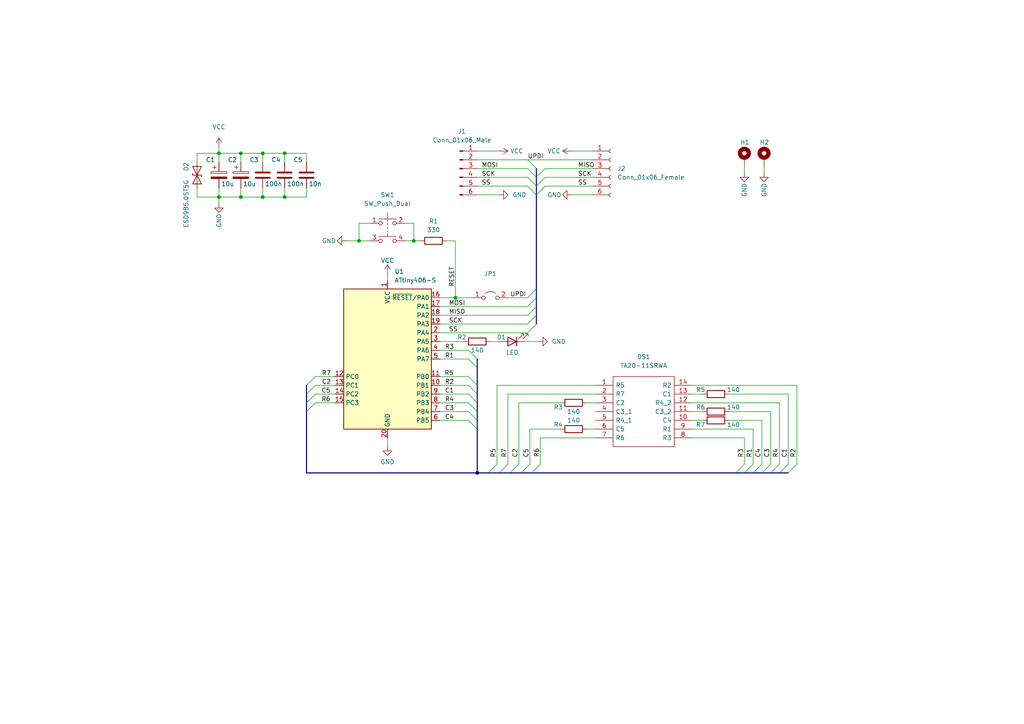
<source format=kicad_sch>
(kicad_sch (version 20211123) (generator eeschema)
  (paper "A4")
  (title_block (title "Matrix Display Controller") (date "2022-02-24") (rev "1.0") (company "g.raf^engineering"))
  (lib_symbols
    (symbol "Connector:Conn_01x06_Female" (pin_names (offset 1.016) hide)
      (property "Reference" "J" (at 0 7.62 0))
      (property "Value" "Conn_01x06_Female" (at 0 -10.16 0))
      (symbol "Conn_01x06_Female_1_1"
        (arc (start 0 -7.112) (mid -0.508 -7.62) (end 0 -8.128) (stroke (width 0.1524)))
        (arc (start 0 -4.572) (mid -0.508 -5.08) (end 0 -5.588) (stroke (width 0.1524)))
        (arc (start 0 -2.032) (mid -0.508 -2.54) (end 0 -3.048) (stroke (width 0.1524)))
        (polyline (pts (xy -1.27 -7.62) (xy -0.508 -7.62)) (stroke (width 0.1524)))
        (polyline (pts (xy -1.27 -5.08) (xy -0.508 -5.08)) (stroke (width 0.1524)))
        (polyline (pts (xy -1.27 -2.54) (xy -0.508 -2.54)) (stroke (width 0.1524)))
        (polyline (pts (xy -1.27 0) (xy -0.508 0)) (stroke (width 0.1524)))
        (polyline (pts (xy -1.27 2.54) (xy -0.508 2.54)) (stroke (width 0.1524)))
        (polyline (pts (xy -1.27 5.08) (xy -0.508 5.08)) (stroke (width 0.1524)))
        (arc (start 0 0.508) (mid -0.508 0) (end 0 -0.508) (stroke (width 0.1524)))
        (arc (start 0 3.048) (mid -0.508 2.54) (end 0 2.032) (stroke (width 0.1524)))
        (arc (start 0 5.588) (mid -0.508 5.08) (end 0 4.572) (stroke (width 0.1524)))
        (pin passive line (at -5.08 5.08 0) (length 3.81) (name "Pin_1") (number "1"))
        (pin passive line (at -5.08 2.54 0) (length 3.81) (name "Pin_2") (number "2"))
        (pin passive line (at -5.08 0 0) (length 3.81) (name "Pin_3") (number "3"))
        (pin passive line (at -5.08 -2.54 0) (length 3.81) (name "Pin_4") (number "4"))
        (pin passive line (at -5.08 -5.08 0) (length 3.81) (name "Pin_5") (number "5"))
        (pin passive line (at -5.08 -7.62 0) (length 3.81) (name "Pin_6") (number "6"))
      )
    )
    (symbol "Connector:Conn_01x06_Male" (pin_names (offset 1.016) hide)
      (property "Reference" "J" (at 0 7.62 0))
      (property "Value" "Conn_01x06_Male" (at 0 -10.16 0))
      (symbol "Conn_01x06_Male_1_1"
        (polyline (pts (xy 1.27 -7.62) (xy 0.8636 -7.62)) (stroke (width 0.1524)))
        (polyline (pts (xy 1.27 -5.08) (xy 0.8636 -5.08)) (stroke (width 0.1524)))
        (polyline (pts (xy 1.27 -2.54) (xy 0.8636 -2.54)) (stroke (width 0.1524)))
        (polyline (pts (xy 1.27 0) (xy 0.8636 0)) (stroke (width 0.1524)))
        (polyline (pts (xy 1.27 2.54) (xy 0.8636 2.54)) (stroke (width 0.1524)))
        (polyline (pts (xy 1.27 5.08) (xy 0.8636 5.08)) (stroke (width 0.1524)))
        (rectangle (start 0.8636 -7.493) (end 0 -7.747) (stroke (width 0.1524)) (fill (type outline)))
        (rectangle (start 0.8636 -4.953) (end 0 -5.207) (stroke (width 0.1524)) (fill (type outline)))
        (rectangle (start 0.8636 -2.413) (end 0 -2.667) (stroke (width 0.1524)) (fill (type outline)))
        (rectangle (start 0.8636 0.127) (end 0 -0.127) (stroke (width 0.1524)) (fill (type outline)))
        (rectangle (start 0.8636 2.667) (end 0 2.413) (stroke (width 0.1524)) (fill (type outline)))
        (rectangle (start 0.8636 5.207) (end 0 4.953) (stroke (width 0.1524)) (fill (type outline)))
        (pin passive line (at 5.08 5.08 180) (length 3.81) (name "Pin_1") (number "1"))
        (pin passive line (at 5.08 2.54 180) (length 3.81) (name "Pin_2") (number "2"))
        (pin passive line (at 5.08 0 180) (length 3.81) (name "Pin_3") (number "3"))
        (pin passive line (at 5.08 -2.54 180) (length 3.81) (name "Pin_4") (number "4"))
        (pin passive line (at 5.08 -5.08 180) (length 3.81) (name "Pin_5") (number "5"))
        (pin passive line (at 5.08 -7.62 180) (length 3.81) (name "Pin_6") (number "6"))
      )
    )
    (symbol "Device:C" (pin_numbers hide) (pin_names (offset 0.254))
      (property "Reference" "C" (at 0.635 2.54 0))
      (property "Value" "C" (at 0.635 -2.54 0))
      (symbol "C_0_1"
        (polyline (pts (xy -2.032 -0.762) (xy 2.032 -0.762)) (stroke (width 0.508)))
        (polyline (pts (xy -2.032 0.762) (xy 2.032 0.762)) (stroke (width 0.508)))
      )
      (symbol "C_1_1"
        (pin passive line (at 0 3.81 270) (length 2.794) (name "~") (number "1"))
        (pin passive line (at 0 -3.81 90) (length 2.794) (name "~") (number "2"))
      )
    )
    (symbol "Device:C_Polarized" (pin_numbers hide) (pin_names (offset 0.254))
      (property "Reference" "C" (at 0.635 2.54 0))
      (property "Value" "C_Polarized" (at 0.635 -2.54 0))
      (symbol "C_Polarized_0_1"
        (rectangle (start -2.286 0.508) (end 2.286 1.016))
        (polyline (pts (xy -1.778 2.286) (xy -0.762 2.286)))
        (polyline (pts (xy -1.27 2.794) (xy -1.27 1.778)))
        (rectangle (start 2.286 -0.508) (end -2.286 -1.016) (fill (type outline)))
      )
      (symbol "C_Polarized_1_1"
        (pin passive line (at 0 3.81 270) (length 2.794) (name "~") (number "1"))
        (pin passive line (at 0 -3.81 90) (length 2.794) (name "~") (number "2"))
      )
    )
    (symbol "Device:LED" (pin_numbers hide) (pin_names (offset 1.016) hide)
      (property "Reference" "D" (at 0 2.54 0))
      (property "Value" "LED" (at 0 -2.54 0))
      (symbol "LED_0_1"
        (polyline (pts (xy -1.27 -1.27) (xy -1.27 1.27)) (stroke (width 0.254)))
        (polyline (pts (xy -1.27 0) (xy 1.27 0)))
        (polyline (pts (xy 1.27 -1.27) (xy 1.27 1.27) (xy -1.27 0) (xy 1.27 -1.27)) (stroke (width 0.254)))
        (polyline (pts (xy -3.048 -0.762) (xy -4.572 -2.286) (xy -3.81 -2.286) (xy -4.572 -2.286) (xy -4.572 -1.524)))
        (polyline (pts (xy -1.778 -0.762) (xy -3.302 -2.286) (xy -2.54 -2.286) (xy -3.302 -2.286) (xy -3.302 -1.524)))
      )
      (symbol "LED_1_1"
        (pin passive line (at -3.81 0 0) (length 2.54) (name "K") (number "1"))
        (pin passive line (at 3.81 0 180) (length 2.54) (name "A") (number "2"))
      )
    )
    (symbol "Device:R" (pin_numbers hide) (pin_names (offset 0))
      (property "Reference" "R" (at 2.032 0 90))
      (property "Value" "R" (at 0 0 90))
      (symbol "R_0_1"
        (rectangle (start -1.016 -2.54) (end 1.016 2.54) (stroke (width 0.254)))
      )
      (symbol "R_1_1"
        (pin passive line (at 0 3.81 270) (length 1.27) (name "~") (number "1"))
        (pin passive line (at 0 -3.81 90) (length 1.27) (name "~") (number "2"))
      )
    )
    (symbol "Diode:ESD9B5.0ST5G" (pin_numbers hide) (pin_names (offset 1.016) hide)
      (property "Reference" "D" (at 0 2.54 0))
      (property "Value" "ESD9B5.0ST5G" (at 0 -2.54 0))
      (symbol "ESD9B5.0ST5G_0_1"
        (polyline (pts (xy 1.27 0) (xy -1.27 0)))
        (polyline (pts (xy -2.54 -1.27) (xy 0 0) (xy -2.54 1.27) (xy -2.54 -1.27)) (stroke (width 0.2032)))
        (polyline (pts (xy 0.508 1.27) (xy 0 1.27) (xy 0 -1.27) (xy -0.508 -1.27)) (stroke (width 0.2032)))
        (polyline (pts (xy 2.54 1.27) (xy 2.54 -1.27) (xy 0 0) (xy 2.54 1.27)) (stroke (width 0.2032)))
      )
      (symbol "ESD9B5.0ST5G_1_1"
        (pin passive line (at -3.81 0 0) (length 2.54) (name "A1") (number "1"))
        (pin passive line (at 3.81 0 180) (length 2.54) (name "A2") (number "2"))
      )
    )
    (symbol "Jumper:Jumper_2_Open" (pin_names (offset 0) hide)
      (property "Reference" "JP" (at 0 2.794 0))
      (property "Value" "Jumper_2_Open" (at 0 -2.286 0))
      (symbol "Jumper_2_Open_0_0"
        (circle (center -2.032 0) (radius 0.508))
        (circle (center 2.032 0) (radius 0.508))
      )
      (symbol "Jumper_2_Open_0_1"
        (arc (start 1.524 1.27) (mid 0 1.778) (end -1.524 1.27))
      )
      (symbol "Jumper_2_Open_1_1"
        (pin passive line (at -5.08 0 0) (length 2.54) (name "A") (number "1"))
        (pin passive line (at 5.08 0 180) (length 2.54) (name "B") (number "2"))
      )
    )
    (symbol "MCU_Microchip_ATtiny:ATtiny406-S"
      (property "Reference" "U" (at -12.7 21.59 0))
      (property "Value" "ATtiny406-S" (at 2.54 -21.59 0))
      (symbol "ATtiny406-S_0_1"
        (rectangle (start -12.7 -20.32) (end 12.7 20.32) (stroke (width 0.254)) (fill (type background)))
      )
      (symbol "ATtiny406-S_1_1"
        (pin power_in line (at 0 22.86 270) (length 2.54) (name "VCC") (number "1"))
        (pin bidirectional line (at 15.24 -7.62 180) (length 2.54) (name "PB1") (number "10"))
        (pin bidirectional line (at 15.24 -5.08 180) (length 2.54) (name "PB0") (number "11"))
        (pin bidirectional line (at -15.24 -5.08 0) (length 2.54) (name "PC0") (number "12"))
        (pin bidirectional line (at -15.24 -7.62 0) (length 2.54) (name "PC1") (number "13"))
        (pin bidirectional line (at -15.24 -10.16 0) (length 2.54) (name "PC2") (number "14"))
        (pin bidirectional line (at -15.24 -12.7 0) (length 2.54) (name "PC3") (number "15"))
        (pin bidirectional line (at 15.24 17.78 180) (length 2.54) (name "~{RESET}/PA0") (number "16"))
        (pin bidirectional line (at 15.24 15.24 180) (length 2.54) (name "PA1") (number "17"))
        (pin bidirectional line (at 15.24 12.7 180) (length 2.54) (name "PA2") (number "18"))
        (pin bidirectional line (at 15.24 10.16 180) (length 2.54) (name "PA3") (number "19"))
        (pin bidirectional line (at 15.24 7.62 180) (length 2.54) (name "PA4") (number "2"))
        (pin power_in line (at 0 -22.86 90) (length 2.54) (name "GND") (number "20"))
        (pin bidirectional line (at 15.24 5.08 180) (length 2.54) (name "PA5") (number "3"))
        (pin bidirectional line (at 15.24 2.54 180) (length 2.54) (name "PA6") (number "4"))
        (pin bidirectional line (at 15.24 0 180) (length 2.54) (name "PA7") (number "5"))
        (pin bidirectional line (at 15.24 -17.78 180) (length 2.54) (name "PB5") (number "6"))
        (pin bidirectional line (at 15.24 -15.24 180) (length 2.54) (name "PB4") (number "7"))
        (pin bidirectional line (at 15.24 -12.7 180) (length 2.54) (name "PB3") (number "8"))
        (pin bidirectional line (at 15.24 -10.16 180) (length 2.54) (name "PB2") (number "9"))
      )
    )
    (symbol "Mechanical:MountingHole_Pad" (pin_numbers hide) (pin_names (offset 1.016) hide)
      (property "Reference" "H" (at 0 6.35 0))
      (property "Value" "MountingHole_Pad" (at 0 4.445 0))
      (symbol "MountingHole_Pad_0_1"
        (circle (center 0 1.27) (radius 1.27) (stroke (width 1.27)))
      )
      (symbol "MountingHole_Pad_1_1"
        (pin input line (at 0 -2.54 90) (length 2.54) (name "1") (number "1"))
      )
    )
    (symbol "Switch:SW_Push_Dual" (pin_names (offset 1.016) hide)
      (property "Reference" "SW" (at 1.27 2.54 0))
      (property "Value" "SW_Push_Dual" (at 0 -6.858 0))
      (symbol "SW_Push_Dual_0_1"
        (circle (center -2.032 -5.08) (radius 0.508))
        (circle (center -2.032 0) (radius 0.508))
        (polyline (pts (xy 0 -3.048) (xy 0 -3.556)))
        (polyline (pts (xy 0 -2.032) (xy 0 -2.54)))
        (polyline (pts (xy 0 -1.524) (xy 0 -1.016)))
        (polyline (pts (xy 0 -0.508) (xy 0 0)))
        (polyline (pts (xy 0 0.508) (xy 0 1.016)))
        (polyline (pts (xy 0 1.27) (xy 0 3.048)))
        (polyline (pts (xy 2.54 -3.81) (xy -2.54 -3.81)))
        (polyline (pts (xy 2.54 1.27) (xy -2.54 1.27)))
        (circle (center 2.032 -5.08) (radius 0.508))
        (circle (center 2.032 0) (radius 0.508))
        (pin passive line (at -5.08 0 0) (length 2.54) (name "1") (number "1"))
        (pin passive line (at 5.08 0 180) (length 2.54) (name "2") (number "2"))
        (pin passive line (at -5.08 -5.08 0) (length 2.54) (name "3") (number "3"))
        (pin passive line (at 5.08 -5.08 180) (length 2.54) (name "4") (number "4"))
      )
    )
    (symbol "TA20-11SRWA:TA20-11SRWA" (pin_names (offset 0.762))
      (property "Reference" "DS" (at 24.13 7.62 0))
      (property "Value" "TA20-11SRWA" (at 24.13 5.08 0))
      (symbol "TA20-11SRWA_0_0"
        (pin passive line (at 0 0 0) (length 5.08) (name "R5") (number "1"))
        (pin passive line (at 27.94 -10.16 180) (length 5.08) (name "C4") (number "10"))
        (pin passive line (at 27.94 -7.62 180) (length 5.08) (name "C3_2") (number "11"))
        (pin passive line (at 27.94 -5.08 180) (length 5.08) (name "R4_2") (number "12"))
        (pin passive line (at 27.94 -2.54 180) (length 5.08) (name "C1") (number "13"))
        (pin passive line (at 27.94 0 180) (length 5.08) (name "R2") (number "14"))
        (pin passive line (at 0 -2.54 0) (length 5.08) (name "R7") (number "2"))
        (pin passive line (at 0 -5.08 0) (length 5.08) (name "C2") (number "3"))
        (pin passive line (at 0 -7.62 0) (length 5.08) (name "C3_1") (number "4"))
        (pin passive line (at 0 -10.16 0) (length 5.08) (name "R4_1") (number "5"))
        (pin passive line (at 0 -12.7 0) (length 5.08) (name "C5") (number "6"))
        (pin passive line (at 0 -15.24 0) (length 5.08) (name "R6") (number "7"))
        (pin passive line (at 27.94 -15.24 180) (length 5.08) (name "R3") (number "8"))
        (pin passive line (at 27.94 -12.7 180) (length 5.08) (name "R1") (number "9"))
      )
      (symbol "TA20-11SRWA_0_1"
        (polyline (pts (xy 5.08 2.54) (xy 22.86 2.54) (xy 22.86 -17.78) (xy 5.08 -17.78) (xy 5.08 2.54)) (stroke (width 0.1524)))
      )
    )
    (symbol "power:GND" (power) (pin_names (offset 0))
      (property "Value" "GND" (at 0 -3.81 0))
      (symbol "GND_0_1"
        (polyline (pts (xy 0 0) (xy 0 -1.27) (xy 1.27 -1.27) (xy 0 -2.54) (xy -1.27 -1.27) (xy 0 -1.27)))
      )
      (symbol "GND_1_1"
        (pin power_in line (at 0 0 270) (length 0) hide (name "GND") (number "1"))
      )
    )
    (symbol "power:VCC" (power) (pin_names (offset 0))
      (property "Value" "VCC" (at 0 3.81 0))
      (symbol "VCC_0_1"
        (polyline (pts (xy -0.762 1.27) (xy 0 2.54)))
        (polyline (pts (xy 0 0) (xy 0 2.54)))
        (polyline (pts (xy 0 2.54) (xy 0.762 1.27)))
      )
      (symbol "VCC_1_1"
        (pin power_in line (at 0 0 90) (length 0) hide (name "VCC") (number "1"))
      )
    )
  )
  (bus_alias "SPI" (members "UPDI" "MOSI" "MISO" "SCK" "SS"))
  (bus_alias "MATRIX" (members "R1" "R2" "R3" "R4" "R5" "R6" "R7" "C1" "C2" "C3" "C4" "C5"))
  (junction (at 69.85 44.45))
  (junction (at 132.08 86.36))
  (junction (at 63.5 44.45))
  (junction (at 120.015 69.85))
  (junction (at 76.2 57.15))
  (junction (at 69.85 57.15))
  (junction (at 63.5 57.15))
  (junction (at 104.14 69.85))
  (junction (at 138.43 137.16))
  (junction (at 82.55 57.15))
  (junction (at 82.55 44.45))
  (junction (at 76.2 44.45))
  (bus_entry (at 135.89 121.92) (size 2.54 2.54))
  (bus_entry (at 153.035 51.435) (size 2.54 2.54))
  (bus_entry (at 153.035 48.895) (size 2.54 2.54))
  (bus_entry (at 141.605 137.16) (size 2.54 -2.54))
  (bus_entry (at 138.43 114.3) (size -2.54 -2.54))
  (bus_entry (at 138.43 116.84) (size -2.54 -2.54))
  (bus_entry (at 138.43 119.38) (size -2.54 -2.54))
  (bus_entry (at 138.43 121.92) (size -2.54 -2.54))
  (bus_entry (at 151.13 137.16) (size 2.54 -2.54))
  (bus_entry (at 138.43 104.14) (size -2.54 -2.54))
  (bus_entry (at 138.43 106.68) (size -2.54 -2.54))
  (bus_entry (at 135.89 109.22) (size 2.54 2.54))
  (bus_entry (at 144.78 137.16) (size 2.54 -2.54))
  (bus_entry (at 88.9 119.38) (size 2.54 -2.54))
  (bus_entry (at 88.9 114.3) (size 2.54 -2.54))
  (bus_entry (at 88.9 116.84) (size 2.54 -2.54))
  (bus_entry (at 88.9 111.76) (size 2.54 -2.54))
  (bus_entry (at 153.035 46.355) (size 2.54 2.54))
  (bus_entry (at 147.955 137.16) (size 2.54 -2.54))
  (bus_entry (at 153.035 96.52) (size 2.54 -2.54))
  (bus_entry (at 153.035 53.975) (size 2.54 2.54))
  (bus_entry (at 158.115 48.895) (size -2.54 2.54))
  (bus_entry (at 158.115 51.435) (size -2.54 2.54))
  (bus_entry (at 158.115 53.975) (size -2.54 2.54))
  (bus_entry (at 220.98 137.16) (size 2.54 -2.54))
  (bus_entry (at 218.44 137.16) (size 2.54 -2.54))
  (bus_entry (at 226.06 137.16) (size 2.54 -2.54))
  (bus_entry (at 223.52 137.16) (size 2.54 -2.54))
  (bus_entry (at 228.6 137.16) (size 2.54 -2.54))
  (bus_entry (at 213.36 137.16) (size 2.54 -2.54))
  (bus_entry (at 215.9 137.16) (size 2.54 -2.54))
  (bus_entry (at 154.178 137.16) (size 2.54 -2.54))
  (bus_entry (at 153.035 86.36) (size 2.54 -2.54))
  (bus_entry (at 153.035 88.9) (size 2.54 -2.54))
  (bus_entry (at 153.035 91.44) (size 2.54 -2.54))
  (bus_entry (at 153.035 93.98) (size 2.54 -2.54))
  (bus (pts (xy 138.43 106.68) (xy 138.43 111.76)))
  (wire (pts (xy 220.98 121.92) (xy 220.98 134.62)))
  (wire (pts (xy 147.32 114.3) (xy 147.32 134.62)))
  (wire (pts (xy 88.9 54.61) (xy 88.9 57.15)))
  (bus (pts (xy 155.575 91.44) (xy 155.575 93.98)))
  (wire (pts (xy 231.14 111.76) (xy 231.14 134.62)))
  (wire (pts (xy 150.495 116.84) (xy 150.495 134.62)))
  (wire (pts (xy 228.6 114.3) (xy 228.6 134.62)))
  (wire (pts (xy 63.5 44.45) (xy 63.5 46.99)))
  (wire (pts (xy 200.66 127) (xy 215.9 127)))
  (wire (pts (xy 57.15 46.99) (xy 57.15 44.45)))
  (wire (pts (xy 144.145 111.76) (xy 172.72 111.76)))
  (wire (pts (xy 172.72 124.46) (xy 170.18 124.46)))
  (wire (pts (xy 57.15 54.61) (xy 57.15 57.15)))
  (wire (pts (xy 138.43 43.815) (xy 144.78 43.815)))
  (wire (pts (xy 117.475 69.85) (xy 120.015 69.85)))
  (bus (pts (xy 138.43 119.38) (xy 138.43 121.92)))
  (bus (pts (xy 155.575 86.36) (xy 155.575 88.9)))
  (wire (pts (xy 200.66 111.76) (xy 231.14 111.76)))
  (wire (pts (xy 144.78 99.06) (xy 142.24 99.06)))
  (bus (pts (xy 155.575 56.515) (xy 155.575 83.82)))
  (wire (pts (xy 69.85 54.61) (xy 69.85 57.15)))
  (wire (pts (xy 215.9 48.26) (xy 215.9 50.165)))
  (wire (pts (xy 223.52 119.38) (xy 223.52 134.62)))
  (wire (pts (xy 221.615 48.26) (xy 221.615 50.165)))
  (bus (pts (xy 215.9 137.16) (xy 213.36 137.16)))
  (bus (pts (xy 226.06 137.16) (xy 223.52 137.16)))
  (bus (pts (xy 88.9 119.38) (xy 88.9 137.16)))
  (wire (pts (xy 127.635 111.76) (xy 135.89 111.76)))
  (wire (pts (xy 158.115 48.895) (xy 172.085 48.895)))
  (wire (pts (xy 82.55 44.45) (xy 88.9 44.45)))
  (wire (pts (xy 57.15 44.45) (xy 63.5 44.45)))
  (wire (pts (xy 156.718 127) (xy 156.718 134.62)))
  (bus (pts (xy 88.9 116.84) (xy 88.9 119.38)))
  (wire (pts (xy 127.635 114.3) (xy 135.89 114.3)))
  (wire (pts (xy 76.2 54.61) (xy 76.2 57.15)))
  (wire (pts (xy 132.08 86.36) (xy 137.16 86.36)))
  (bus (pts (xy 155.575 51.435) (xy 155.575 53.975)))
  (bus (pts (xy 213.36 137.16) (xy 154.178 137.16)))
  (wire (pts (xy 91.44 114.3) (xy 97.155 114.3)))
  (wire (pts (xy 127.635 99.06) (xy 134.62 99.06)))
  (bus (pts (xy 155.575 88.9) (xy 155.575 91.44)))
  (wire (pts (xy 91.44 116.84) (xy 97.155 116.84)))
  (wire (pts (xy 69.85 57.15) (xy 76.2 57.15)))
  (bus (pts (xy 88.9 114.3) (xy 88.9 116.84)))
  (wire (pts (xy 172.72 116.84) (xy 170.18 116.84)))
  (wire (pts (xy 162.56 124.46) (xy 153.67 124.46)))
  (wire (pts (xy 135.89 121.92) (xy 127.635 121.92)))
  (bus (pts (xy 151.13 137.16) (xy 147.955 137.16)))
  (wire (pts (xy 153.67 124.46) (xy 153.67 134.62)))
  (wire (pts (xy 88.9 46.99) (xy 88.9 44.45)))
  (wire (pts (xy 82.55 57.15) (xy 76.2 57.15)))
  (wire (pts (xy 127.635 101.6) (xy 135.89 101.6)))
  (wire (pts (xy 127.635 104.14) (xy 135.89 104.14)))
  (wire (pts (xy 127.635 91.44) (xy 153.035 91.44)))
  (wire (pts (xy 76.2 44.45) (xy 76.2 46.99)))
  (wire (pts (xy 82.55 54.61) (xy 82.55 57.15)))
  (wire (pts (xy 104.14 69.85) (xy 104.14 64.77)))
  (bus (pts (xy 144.78 137.16) (xy 141.605 137.16)))
  (bus (pts (xy 155.575 48.895) (xy 155.575 51.435)))
  (wire (pts (xy 158.115 53.975) (xy 172.085 53.975)))
  (bus (pts (xy 138.43 121.92) (xy 138.43 124.46)))
  (wire (pts (xy 138.43 46.355) (xy 153.035 46.355)))
  (wire (pts (xy 117.475 64.77) (xy 120.015 64.77)))
  (wire (pts (xy 63.5 42.545) (xy 63.5 44.45)))
  (wire (pts (xy 138.43 53.975) (xy 153.035 53.975)))
  (wire (pts (xy 112.395 79.375) (xy 112.395 81.28)))
  (wire (pts (xy 200.66 124.46) (xy 218.44 124.46)))
  (wire (pts (xy 57.15 57.15) (xy 63.5 57.15)))
  (wire (pts (xy 150.495 116.84) (xy 162.56 116.84)))
  (wire (pts (xy 76.2 44.45) (xy 82.55 44.45)))
  (bus (pts (xy 88.9 111.76) (xy 88.9 114.3)))
  (wire (pts (xy 200.66 114.3) (xy 203.835 114.3)))
  (wire (pts (xy 112.395 127) (xy 112.395 129.54)))
  (bus (pts (xy 138.43 116.84) (xy 138.43 119.38)))
  (wire (pts (xy 69.85 57.15) (xy 63.5 57.15)))
  (wire (pts (xy 218.44 124.46) (xy 218.44 134.62)))
  (wire (pts (xy 165.735 56.515) (xy 172.085 56.515)))
  (wire (pts (xy 147.32 114.3) (xy 172.72 114.3)))
  (wire (pts (xy 165.735 43.815) (xy 172.085 43.815)))
  (wire (pts (xy 200.66 116.84) (xy 226.06 116.84)))
  (wire (pts (xy 158.115 51.435) (xy 172.085 51.435)))
  (wire (pts (xy 120.015 69.85) (xy 120.015 64.77)))
  (wire (pts (xy 147.32 86.36) (xy 153.035 86.36)))
  (bus (pts (xy 154.178 137.16) (xy 151.13 137.16)))
  (wire (pts (xy 127.635 86.36) (xy 132.08 86.36)))
  (bus (pts (xy 155.575 83.82) (xy 155.575 86.36)))
  (wire (pts (xy 63.5 44.45) (xy 69.85 44.45)))
  (bus (pts (xy 138.43 124.46) (xy 138.43 137.16)))
  (wire (pts (xy 132.08 69.85) (xy 132.08 86.36)))
  (bus (pts (xy 138.43 111.76) (xy 138.43 114.3)))
  (wire (pts (xy 63.5 54.61) (xy 63.5 57.15)))
  (wire (pts (xy 138.43 48.895) (xy 153.035 48.895)))
  (wire (pts (xy 129.54 69.85) (xy 132.08 69.85)))
  (wire (pts (xy 127.635 119.38) (xy 135.89 119.38)))
  (wire (pts (xy 200.66 121.92) (xy 203.835 121.92)))
  (wire (pts (xy 63.5 57.15) (xy 63.5 59.055)))
  (bus (pts (xy 138.43 114.3) (xy 138.43 116.84)))
  (wire (pts (xy 69.85 44.45) (xy 69.85 46.99)))
  (wire (pts (xy 91.44 111.76) (xy 97.155 111.76)))
  (bus (pts (xy 155.575 53.975) (xy 155.575 56.515)))
  (wire (pts (xy 82.55 57.15) (xy 88.9 57.15)))
  (wire (pts (xy 211.455 114.3) (xy 228.6 114.3)))
  (bus (pts (xy 141.605 137.16) (xy 138.43 137.16)))
  (wire (pts (xy 120.015 69.85) (xy 121.92 69.85)))
  (wire (pts (xy 211.455 119.38) (xy 223.52 119.38)))
  (bus (pts (xy 223.52 137.16) (xy 220.98 137.16)))
  (wire (pts (xy 104.14 69.85) (xy 107.315 69.85)))
  (wire (pts (xy 153.035 46.355) (xy 172.085 46.355)))
  (wire (pts (xy 215.9 134.62) (xy 215.9 127)))
  (wire (pts (xy 200.66 119.38) (xy 203.835 119.38)))
  (bus (pts (xy 138.43 104.14) (xy 138.43 106.68)))
  (wire (pts (xy 127.635 109.22) (xy 135.89 109.22)))
  (wire (pts (xy 127.635 96.52) (xy 153.035 96.52)))
  (wire (pts (xy 100.33 69.85) (xy 104.14 69.85)))
  (wire (pts (xy 172.72 127) (xy 156.718 127)))
  (wire (pts (xy 156.21 99.06) (xy 152.4 99.06)))
  (wire (pts (xy 127.635 88.9) (xy 153.035 88.9)))
  (wire (pts (xy 104.14 64.77) (xy 107.315 64.77)))
  (wire (pts (xy 91.44 109.22) (xy 97.155 109.22)))
  (wire (pts (xy 144.145 111.76) (xy 144.145 134.62)))
  (bus (pts (xy 138.43 137.16) (xy 88.9 137.16)))
  (wire (pts (xy 138.43 56.515) (xy 144.78 56.515)))
  (wire (pts (xy 127.635 116.84) (xy 135.89 116.84)))
  (wire (pts (xy 69.85 44.45) (xy 76.2 44.45)))
  (wire (pts (xy 138.43 51.435) (xy 153.035 51.435)))
  (bus (pts (xy 147.955 137.16) (xy 144.78 137.16)))
  (wire (pts (xy 127.635 93.98) (xy 153.035 93.98)))
  (bus (pts (xy 220.98 137.16) (xy 218.44 137.16)))
  (bus (pts (xy 218.44 137.16) (xy 215.9 137.16)))
  (wire (pts (xy 211.455 121.92) (xy 220.98 121.92)))
  (bus (pts (xy 228.6 137.16) (xy 226.06 137.16)))
  (wire (pts (xy 82.55 46.99) (xy 82.55 44.45)))
  (wire (pts (xy 226.06 116.84) (xy 226.06 134.62)))
  (label "MOSI" (at 130.175 88.9 0))
  (label "UPDI" (at 147.955 86.36 0))
  (label "C3" (at 223.52 132.715 90))
  (label "R3" (at 215.9 132.715 90))
  (label "SS" (at 139.7 53.975 0))
  (label "R1" (at 218.44 132.715 90))
  (label "R1" (at 129.032 104.14 0))
  (label "MOSI" (at 139.7 48.895 0))
  (label "C4" (at 220.98 132.715 90))
  (label "SCK" (at 139.7 51.435 0))
  (label "RESET" (at 132.08 83.185 90))
  (label "R4" (at 129.032 116.84 0))
  (label "R7" (at 147.32 132.715 90))
  (label "C3" (at 129.032 119.38 0))
  (label "R4" (at 226.06 132.715 90))
  (label "C1" (at 129.032 114.3 0))
  (label "R2" (at 129.032 111.76 0))
  (label "MISO" (at 167.64 48.895 0))
  (label "SCK" (at 130.175 93.98 0))
  (label "SS" (at 130.175 96.52 0))
  (label "R2" (at 231.14 132.715 90))
  (label "R6" (at 156.718 132.5878 90))
  (label "R5" (at 128.905 109.22 0))
  (label "UPDI" (at 153.035 46.355 0))
  (label "C4" (at 129.032 121.92 0))
  (label "C5" (at 153.67 132.715 90))
  (label "R5" (at 144.145 132.715 90))
  (label "C2" (at 93.345 111.76 0))
  (label "R3" (at 129.032 101.6 0))
  (label "R6" (at 93.218 116.84 0))
  (label "MISO" (at 130.175 91.44 0))
  (label "SS" (at 167.64 53.975 0))
  (label "C5" (at 93.218 114.3 0))
  (label "R7" (at 93.345 109.22 0))
  (label "C2" (at 150.495 132.715 90))
  (label "SCK" (at 167.64 51.435 0))
  (label "C1" (at 228.6 132.715 90))
  (symbol (lib_id "Device:R") (at 207.645 119.38 90) (unit 1)
    (property "Reference" "R6" (at 203.2 118.11 90))
    (property "Value" "140" (at 212.725 118.11 90))
    (property "Footprint" "Resistor_SMD:R_1206_3216Metric" (effects hide))
  )
  (symbol (lib_id "power:GND") (at 112.395 129.54 0) (unit 1)
    (property "Reference" "#PWR05" (effects hide))
    (property "Value" "GND" (at 112.395 133.985 0))
  )
  (symbol (lib_id "Device:R") (at 207.645 121.92 270) (unit 1)
    (property "Reference" "R7" (at 203.2 123.19 90))
    (property "Value" "140" (at 212.725 123.19 90))
    (property "Footprint" "Resistor_SMD:R_1206_3216Metric" (effects hide))
  )
  (symbol (lib_id "power:GND") (at 221.615 50.165 0) (unit 1)
    (property "Reference" "#PWR012" (effects hide))
    (property "Value" "GND" (at 221.615 57.15 90) (effects (justify left)))
  )
  (symbol (lib_id "power:GND") (at 165.735 56.515 270) (unit 1)
    (property "Reference" "#PWR010" (effects hide))
    (property "Value" "GND" (at 158.75 56.515 90) (effects (justify left)))
  )
  (symbol (lib_id "Device:C_Polarized") (at 63.5 50.8 0) (unit 1)
    (property "Reference" "C1" (at 59.69 46.355 0) (effects (justify left)))
    (property "Value" "10u" (at 64.135 53.34 0) (effects (justify left)))
    (property "Footprint" "Capacitor_SMD:CP_Elec_4x5.8" (effects hide))
  )
  (symbol (lib_id "TA20-11SRWA:TA20-11SRWA") (at 172.72 111.76 0) (unit 1)
    (property "Reference" "DS1" (at 186.69 103.505 0))
    (property "Value" "TA20-11SRWA" (at 186.69 106.045 0))
    (property "Footprint" "TA20-11SRWA:DIPS3810W50P254L3765H870Q14N" (effects hide))
    (property "Datasheet" "http://www.kingbrightusa.com/images/catalog/SPEC/TA20-11SRWA.pdf" (effects hide))
    (property "Description" "KINGBRIGHT - TA20-11SRWA - LED DISPLAY, DOT MATRIX" (effects hide))
    (property "Height" "8.7" (effects hide))
    (property "Manufacturer_Name" "Kingbright" (effects hide))
    (property "Manufacturer_Part_Number" "TA20-11SRWA" (effects hide))
    (property "Mouser Part Number" "604-TA20-11SRWA" (effects hide))
    (property "Mouser Price/Stock" "https://www.mouser.co.uk/ProductDetail/Kingbright/TA20-11SRWA?qs=4sq2y2bXwtROO0wtgzP03w%3D%3D" (effects hide))
    (property "Arrow Part Number" "TA20-11SRWA" (effects hide))
    (property "Arrow Price/Stock" "https://www.arrow.com/en/products/ta20-11srwa/kingbright" (effects hide))
  )
  (symbol (lib_id "Mechanical:MountingHole_Pad") (at 215.9 45.72 0) (unit 1)
    (property "Reference" "H1" (at 214.63 41.275 0) (effects (justify left)))
    (property "Value" " " (at 218.44 45.7199 0) (effects (justify left)))
    (property "Footprint" "MountingHole:MountingHole_3.2mm_M3_DIN965_Pad" (effects hide))
  )
  (symbol (lib_id "Device:R") (at 138.43 99.06 270) (unit 1)
    (property "Reference" "R2" (at 133.985 97.79 90))
    (property "Value" "140" (at 138.43 101.6 90))
    (property "Footprint" "Resistor_SMD:R_1206_3216Metric" (effects hide))
  )
  (symbol (lib_id "Diode:ESD9B5.0ST5G") (at 57.15 50.8 90) (unit 1)
    (property "Reference" "D2" (at 53.975 46.99 0) (effects (justify right)))
    (property "Value" "ESD9B5.0ST5G" (at 53.975 52.07 0) (effects (justify right)))
    (property "Footprint" "Diode_SMD:D_SOD-923" (effects hide))
    (property "Datasheet" "https://www.onsemi.com/pub/Collateral/ESD9B-D.PDF" (effects hide))
  )
  (symbol (lib_id "Device:R") (at 166.37 116.84 270) (unit 1)
    (property "Reference" "R3" (at 161.925 118.11 90))
    (property "Value" "140" (at 166.37 119.38 90))
    (property "Footprint" "Resistor_SMD:R_1206_3216Metric" (effects hide))
  )
  (symbol (lib_id "Connector:Conn_01x06_Female") (at 177.165 48.895 0) (unit 1)
    (property "Reference" "J2" (at 179.07 48.8949 0) (effects (justify left)))
    (property "Value" "Conn_01x06_Female" (at 179.07 51.4349 0) (effects (justify left)))
    (property "Footprint" "Connector_PinSocket_2.54mm:PinSocket_1x06_P2.54mm_Horizontal" (effects hide))
  )
  (symbol (lib_id "power:GND") (at 144.78 56.515 90) (unit 1)
    (property "Reference" "#PWR07" (effects hide))
    (property "Value" "GND" (at 148.59 56.5149 90) (effects (justify right)))
  )
  (symbol (lib_id "Device:C") (at 82.55 50.8 0) (unit 1)
    (property "Reference" "C4" (at 78.74 46.355 0) (effects (justify left)))
    (property "Value" "100n" (at 83.185 53.34 0) (effects (justify left)))
    (property "Footprint" "Capacitor_SMD:C_1206_3216Metric" (effects hide))
  )
  (symbol (lib_id "Connector:Conn_01x06_Male") (at 133.35 48.895 0) (unit 1)
    (property "Reference" "J1" (at 133.985 38.1 0))
    (property "Value" "Conn_01x06_Male" (at 133.985 40.64 0))
    (property "Footprint" "Connector_PinHeader_2.54mm:PinHeader_1x06_P2.54mm_Horizontal" (effects hide))
  )
  (symbol (lib_id "Device:R") (at 207.645 114.3 270) (unit 1)
    (property "Reference" "R5" (at 203.2 113.03 90))
    (property "Value" "140" (at 212.725 113.03 90))
    (property "Footprint" "Resistor_SMD:R_1206_3216Metric" (effects hide))
  )
  (symbol (lib_id "power:VCC") (at 144.78 43.815 270) (unit 1)
    (property "Reference" "#PWR06" (effects hide))
    (property "Value" "VCC" (at 147.955 43.8149 90) (effects (justify left)))
  )
  (symbol (lib_id "power:GND") (at 215.9 50.165 0) (unit 1)
    (property "Reference" "#PWR011" (effects hide))
    (property "Value" "GND" (at 215.9 57.15 90) (effects (justify left)))
  )
  (symbol (lib_id "Jumper:Jumper_2_Open") (at 142.24 86.36 0) (unit 1)
    (property "Reference" "JP1" (at 142.24 79.375 0))
    (property "Value" " " (at 142.24 81.915 0))
    (property "Footprint" "Connector_PinHeader_2.54mm:PinHeader_1x02_P2.54mm_Horizontal" (effects hide))
  )
  (symbol (lib_id "power:VCC") (at 63.5 42.545 0) (unit 1)
    (property "Reference" "#PWR01" (effects hide))
    (property "Value" "VCC" (at 63.5 36.83 0))
  )
  (symbol (lib_id "power:GND") (at 156.21 99.06 90) (unit 1)
    (property "Reference" "#PWR08" (effects hide))
    (property "Value" "GND" (at 160.02 99.0599 90) (effects (justify right)))
  )
  (symbol (lib_id "Device:C") (at 88.9 50.8 0) (unit 1)
    (property "Reference" "C5" (at 85.09 46.355 0) (effects (justify left)))
    (property "Value" "10n" (at 89.535 53.34 0) (effects (justify left)))
    (property "Footprint" "Capacitor_SMD:C_1206_3216Metric" (effects hide))
  )
  (symbol (lib_id "Device:LED") (at 148.59 99.06 180) (unit 1)
    (property "Reference" "D1" (at 145.415 97.79 0))
    (property "Value" "LED" (at 148.59 102.235 0))
    (property "Footprint" "LED_SMD:LED_0805_2012Metric" (effects hide))
  )
  (symbol (lib_id "MCU_Microchip_ATtiny:ATtiny406-S") (at 112.395 104.14 0) (unit 1)
    (property "Reference" "U1" (at 114.4144 78.74 0) (effects (justify left)))
    (property "Value" "ATtiny406-S" (at 114.4144 81.28 0) (effects (justify left)))
    (property "Footprint" "Package_SO:SOIC-20W_7.5x12.8mm_P1.27mm" (effects hide))
    (property "Datasheet" "http://ww1.microchip.com/downloads/en/DeviceDoc/Microchip%208bit%20mcu%20AVR%20ATtiny406%20data%20sheet%2040001976A.pdf" (effects hide))
  )
  (symbol (lib_id "Mechanical:MountingHole_Pad") (at 221.615 45.72 0) (unit 1)
    (property "Reference" "H2" (at 220.345 41.275 0) (effects (justify left)))
    (property "Value" " " (at 224.155 45.7199 0) (effects (justify left)))
    (property "Footprint" "MountingHole:MountingHole_3.2mm_M3_DIN965_Pad" (effects hide))
  )
  (symbol (lib_id "power:GND") (at 100.33 69.85 270) (unit 1)
    (property "Reference" "#PWR03" (effects hide))
    (property "Value" "GND" (at 93.345 69.85 90) (effects (justify left)))
  )
  (symbol (lib_id "Switch:SW_Push_Dual") (at 112.395 64.77 0) (unit 1)
    (property "Reference" "SW1" (at 112.395 56.515 0))
    (property "Value" "SW_Push_Dual" (at 112.395 59.055 0))
    (property "Footprint" "Button_Switch_SMD:SW_SPST_Omron_B3FS-105xP" (effects hide))
  )
  (symbol (lib_id "power:VCC") (at 112.395 79.375 0) (unit 1)
    (property "Reference" "#PWR04" (effects hide))
    (property "Value" "VCC" (at 112.395 75.565 0))
  )
  (symbol (lib_id "Device:C_Polarized") (at 69.85 50.8 0) (unit 1)
    (property "Reference" "C2" (at 66.04 46.355 0) (effects (justify left)))
    (property "Value" "10u" (at 70.485 53.34 0) (effects (justify left)))
    (property "Footprint" "Capacitor_SMD:CP_Elec_4x5.8" (effects hide))
  )
  (symbol (lib_id "power:GND") (at 63.5 59.055 0) (unit 1)
    (property "Reference" "#PWR02" (effects hide))
    (property "Value" "GND" (at 63.5 66.04 90) (effects (justify left)))
  )
  (symbol (lib_id "Device:C") (at 76.2 50.8 0) (unit 1)
    (property "Reference" "C3" (at 72.39 46.355 0) (effects (justify left)))
    (property "Value" "100n" (at 76.835 53.34 0) (effects (justify left)))
    (property "Footprint" "Capacitor_SMD:C_1206_3216Metric" (effects hide))
  )
  (symbol (lib_id "Device:R") (at 125.73 69.85 270) (unit 1)
    (property "Reference" "R1" (at 125.73 64.135 90))
    (property "Value" "330" (at 125.73 66.675 90))
    (property "Footprint" "Resistor_SMD:R_1206_3216Metric" (effects hide))
  )
  (symbol (lib_id "power:VCC") (at 165.735 43.815 90) (unit 1)
    (property "Reference" "#PWR09" (effects hide))
    (property "Value" "VCC" (at 158.75 43.815 90) (effects (justify right)))
  )
  (symbol (lib_id "Device:R") (at 166.37 124.46 270) (unit 1)
    (property "Reference" "R4" (at 161.925 123.19 90))
    (property "Value" "140" (at 166.37 121.92 90))
    (property "Footprint" "Resistor_SMD:R_1206_3216Metric" (effects hide))
  )
)
</source>
